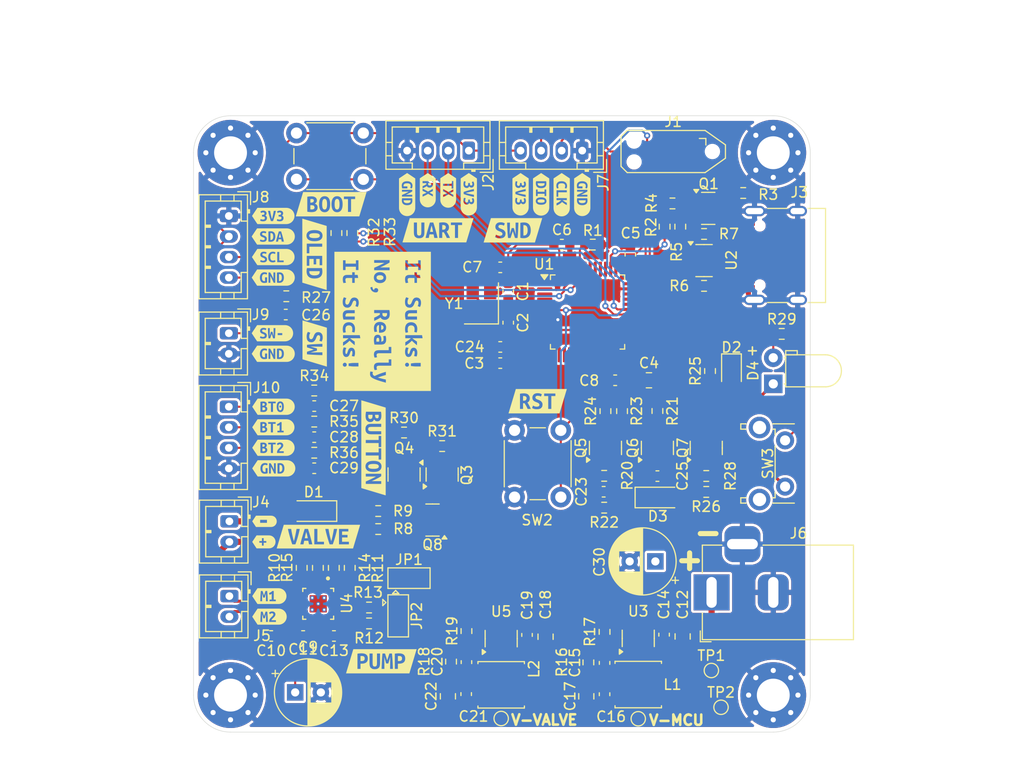
<source format=kicad_pcb>
(kicad_pcb (version 20240108) (generator "pcbnew") (generator_version "8.0")
  (layers (0 "F.Cu" signal) (31 "B.Cu" signal) (34 "B.Paste" user) (35 "F.Paste" user) (36 "B.SilkS" user "B.Silkscreen") (37 "F.SilkS" user "F.Silkscreen") (38 "B.Mask" user) (39 "F.Mask" user) (44 "Edge.Cuts" user))
  (net 0 "")
  (net 1 "Net-(U1-PD0)")
  (net 2 "GND")
  (net 3 "Net-(U1-PD1)")
  (net 4 "VMCU")
  (net 5 "VMOTOR")
  (net 6 "Net-(U4-VCP)")
  (net 7 "VIN")
  (net 8 "Net-(U4-CPH)")
  (net 9 "Net-(U4-CPL)")
  (net 10 "Net-(U3-FB)")
  (net 11 "Net-(U5-FB)")
  (net 12 "VSOLENOID")
  (net 13 "Net-(Q5-B)")
  (net 14 "Net-(D3-K)")
  (net 15 "Net-(D1-A)")
  (net 16 "Net-(D3-A)")
  (net 21 "/MCU/USART1_RX")
  (net 22 "/MCU/USART1_TX")
  (net 23 "VBUS")
  (net 24 "/MCU/BOOT0")
  (net 25 "Net-(D4-K)")
  (net 27 "Net-(J3-CC1)")
  (net 29 "Net-(J3-CC2)")
  (net 30 "Net-(J5-Pin_2)")
  (net 31 "Net-(J5-Pin_1)")
  (net 32 "Net-(JP1-B)")
  (net 33 "/MOSFET/PMODE")
  (net 34 "Net-(JP2-B)")
  (net 35 "Net-(JP2-A)")
  (net 36 "Net-(U3-SW)")
  (net 37 "Net-(U5-SW)")
  (net 38 "Net-(Q1-E)")
  (net 39 "Net-(Q1-B)")
  (net 40 "Net-(Q3-B)")
  (net 41 "/MOSFET/SOLENOID")
  (net 42 "Net-(Q5-E)")
  (net 43 "Net-(Q6-C)")
  (net 44 "/USB/USB_RENUM")
  (net 45 "Net-(U4-IPROPI)")
  (net 46 "/MOSFET/NFAULT")
  (net 47 "/MOSFET/VREF")
  (net 52 "/MCU/SWCLK")
  (net 53 "/MCU/SOFT_BOOT")
  (net 56 "/MCU/SWDIO")
  (net 58 "Net-(Q3-C)")
  (net 61 "/MCU/BTN_0")
  (net 62 "/MCU/USB_D+")
  (net 63 "/MCU/USB_D-")
  (net 64 "/MCU/BTN_1")
  (net 65 "/MCU/BTN_2")
  (net 68 "/MCU/NRST")
  (net 81 "/MOSFET/PH{slash}IN2")
  (net 82 "/MOSFET/NSLEEP")
  (net 83 "/MOSFET/EN{slash}IN1")
  (net 84 "/MOSFET/IMODE")
  (net 85 "/MCU/OLED_SCL")
  (net 86 "/MCU/OLED_SDA")
  (net 87 "Net-(D4-A)")
  (net 88 "Net-(Q7-B)")
  (net 89 "/USB/USB_ACTIVITY")
  (net 90 "/MCU/FOOTSW")
  (net 91 "Net-(Q4-B)")
  (footprint "Resistor_SMD:R_0603_1608Metric" (layer "F.Cu") (at 98.552 111.2962 90)
    (property "Reference" "R10")
    (property "Value" "R")
  )
  (footprint "Resistor_SMD:R_0603_1608Metric" (layer "F.Cu") (at 133.858 78.0796 -90)
    (property "Reference" "R2")
    (property "Value" "100R")
  )
  (footprint "kibuzzard-68AA9F3B" (layer "F.Cu") (at 111.8108 78.4352)
    (property "Reference" "kibuzzard-68AA9F3B" (hide yes))
    (property "Value" "G***" (hide yes))
  )
  (footprint "TestPoint:TestPoint_Pad_D1.0mm" (layer "F.Cu") (at 117.9576 125.9586)
    (property "Reference" "TP4" (hide yes))
    (property "Value" "TestPoint")
  )
  (footprint "kibuzzard-68AA9AD3" (layer "F.Cu") (at 95.800139 99.605433)
    (property "Reference" "kibuzzard-68AA9AD3" (hide yes))
    (property "Value" "G***" (hide yes))
  )
  (footprint "kibuzzard-68AA9F51" (layer "F.Cu") (at 119.1006 78.4352)
    (property "Reference" "kibuzzard-68AA9F51" (hide yes))
    (property "Value" "G***" (hide yes))
  )
  (footprint "kibuzzard-68AA9ACD" (layer "F.Cu") (at 95.793004 97.610011)
    (property "Reference" "kibuzzard-68AA9ACD" (hide yes))
    (property "Value" "G***" (hide yes))
  )
  (footprint "Resistor_SMD:R_0603_1608Metric" (layer "F.Cu") (at 145.2534 88.519)
    (property "Reference" "R29")
    (property "Value" "1.5K")
  )
  (footprint "kibuzzard-68AA9F3F" (layer "F.Cu") (at 101.4222 75.8952)
    (property "Reference" "kibuzzard-68AA9F3F" (hide yes))
    (property "Value" "G***" (hide yes))
  )
  (footprint "kibuzzard-68AA9AC7" (layer "F.Cu") (at 95.805928 95.61055)
    (property "Reference" "kibuzzard-68AA9AC7" (hide yes))
    (property "Value" "G***" (hide yes))
  )
  (footprint "Resistor_SMD:R_0603_1608Metric" (layer "F.Cu") (at 101.9302 78.7024 90)
    (property "Reference" "R32")
    (property "Value" "2.2K")
  )
  (footprint "Resistor_SMD:R_0603_1608Metric" (layer "F.Cu") (at 128.1024 96.0374 90)
    (property "Reference" "R24")
    (property "Value" "10K")
  )
  (footprint "kibuzzard-68A6E791" (layer "F.Cu") (at 114.808 74.926321 -90)
    (property "Reference" "kibuzzard-68A6E791" (hide yes))
    (property "Value" "G***" (hide yes))
  )
  (footprint "Connector_JST:JST_PH_B2B-PH-K_1x02_P2.00mm_Vertical" (layer "F.Cu") (at 91.5162 106.7658 -90)
    (property "Reference" "J4")
    (property "Value" "Conn_01x02")
  )
  (footprint "Resistor_SMD:R_0603_1608Metric" (layer "F.Cu") (at 99.7712 100.08616)
    (property "Reference" "R36")
    (property "Value" "100K")
  )
  (footprint "Connector:Tag-Connect_TC2050-IDC-NL_2x05_P1.27mm_Vertical" (layer "F.Cu") (at 134.6962 70.7644 180)
    (property "Reference" "J1")
    (property "Value" "ST-LINK")
  )
  (footprint "kibuzzard-68A6E857" (layer "F.Cu") (at 94.93232 106.7658)
    (property "Reference" "kibuzzard-68A6E857" (hide yes))
    (property "Value" "G***" (hide yes))
  )
  (footprint "Connector_JST:JST_PH_B4B-PH-K_1x04_P2.00mm_Vertical" (layer "F.Cu") (at 125.8438 70.6794 180)
    (property "Reference" "J7")
    (property "Value" "ST-LINKV2")
  )
  (footprint "Capacitor_SMD:C_0603_1608Metric" (layer "F.Cu") (at 128.016 123.5964 -90)
    (property "Reference" "C16")
    (property "Value" "100nF")
  )
  (footprint "Capacitor_SMD:C_0603_1608Metric" (layer "F.Cu") (at 123.861 79.8268 180)
    (property "Reference" "C6")
    (property "Value" "100nF")
  )
  (footprint "Capacitor_SMD:C_0603_1608Metric" (layer "F.Cu") (at 133.157 102.362 180)
    (property "Reference" "C25")
    (property "Value" "100nF")
  )
  (footprint "kibuzzard-68A6E7E9" (layer "F.Cu") (at 95.703432 88.4553)
    (property "Reference" "kibuzzard-68A6E7E9" (hide yes))
    (property "Value" "G***" (hide yes))
  )
  (footprint "TestPoint:TestPoint_Pad_D1.0mm" (layer "F.Cu") (at 139.3444 124.8664)
    (property "Reference" "TP2")
    (property "Value" "TestPoint")
  )
  (footprint "TestPoint:TestPoint_Pad_D1.0mm" (layer "F.Cu") (at 138.4046 121.285)
    (property "Reference" "TP1")
    (property "Value" "TestPoint")
  )
  (footprint "Package_TO_SOT_SMD:SOT-23" (layer "F.Cu") (at 133.157 99.6188 90)
    (property "Reference" "Q6")
    (property "Value" "MMBT3904")
  )
  (footprint "LED_SMD:LED_0805_2012Metric" (layer "F.Cu") (at 140.3604 92.1536 -90)
    (property "Reference" "D2")
    (property "Value" "LED")
  )
  (footprint "kibuzzard-68AA9F28" (layer "F.Cu") (at 99.814686 89.4553 -90)
    (property "Reference" "kibuzzard-68AA9F28" (hide yes))
    (property "Value" "G***" (hide yes))
  )
  (footprint "Package_TO_SOT_SMD:SOT-23-5" (layer "F.Cu") (at 131.2926 118.1608 90)
    (property "Reference" "U3")
    (property "Value" "TD6811")
  )
  (footprint "Resistor_SMD:R_0603_1608Metric" (layer "F.Cu") (at 105.9942 105.7656 180)
    (property "Reference" "R9")
    (property "Value" "10K")
  )
  (footprint "Capacitor_SMD:C_0603_1608Metric" (layer "F.Cu") (at 99.7712 98.57232 180)
    (property "Reference" "C28")
    (property "Value" "100nF")
  )
  (footprint "Capacitor_SMD:C_0603_1608Metric" (layer "F.Cu") (at 128.016 120.5484 -90)
    (property "Reference" "C15")
    (property "Value" "22pF")
  )
  (footprint "Resistor_SMD:R_0603_1608Metric" (layer "F.Cu") (at 127.9774 102.3366)
    (property "Reference" "R20")
    (property "Value" "10K")
  )
  (footprint "Resistor_SMD:R_0603_1608Metric" (layer "F.Cu") (at 137.9079 102.3521 180)
    (property "Reference" "R28")
    (property "Value" "10K")
  )
  (footprint "Capacitor_THT:CP_Radial_D6.3mm_P2.50mm" (layer "F.Cu") (at 97.9164 123.4186)
    (property "Reference" "C9")
    (property "Value" "100uF")
  )
  (footprint "kibuzzard-68A7C770" (layer "F.Cu") (at 121.8438 74.93359 -90)
    (property "Reference" "kibuzzard-68A7C770" (hide yes))
    (property "Value" "G***" (hide yes))
  )
  (footprint "Resistor_SMD:R_0603_1608Metric" (layer "F.Cu") (at 108.5088 98.1202 180)
    (property "Reference" "R30")
    (property "Value" "1K")
  )
  (footprint "Resistor_SMD:R_0603_1608Metric" (layer "F.Cu") (at 134.62 75.819)
    (property "Reference" "R4")
    (property "Value" "36K")
  )
  (footprint "Resistor_SMD:R_0603_1608Metric" (layer "F.Cu") (at 135.382 78.0796 90)
    (property "Reference" "R5")
    (property "Value" "1.5K")
  )
  (footprint "Package_TO_SOT_SMD:SOT-23" (layer "F.Cu") (at 112.2149 102.2096 90)
    (property "Reference" "Q3")
    (property "Value" "MMBT3904")
  )
  (footprint "TestPoint:TestPoint_Pad_D1.0mm" (layer "F.Cu") (at 131.2926 125.984 -90)
    (property "Reference" "TP3" (hide yes))
    (property "Value" "TestPoint")
  )
  (footprint "Resistor_SMD:R_0603_1608Metric" (layer "F.Cu") (at 133.157 96.0252 90)
    (property "Reference" "R21")
    (property "Value" "1K")
  )
  (footprint "Capacitor_SMD:C_0603_1608Metric" (layer "F.Cu") (at 114.5794 120.4722 -90)
    (property "Reference" "C20")
    (property "Value" "22pF")
  )
  (footprint "kibuzzard-68AA9F46" (layer "F.Cu") (at 99.7966 80.772 -90)
    (property "Reference" "kibuzzard-68AA9F46" (hide yes))
    (property "Value" "G***" (hide yes))
  )
  (footprint "Resistor_SMD:R_0603_1608Metric" (layer "F.Cu") (at 112.2149 99.441 180)
    (property "Reference" "R31")
    (property "Value" "10K")
  )
  (footprint "Resistor_SMD:R_0603_1608Metric" (layer "F.Cu") (at 105.1052 116.7064 180)
    (property "Reference" "R12")
    (property "Value" "20K")
  )
  (footprint "kibuzzard-68A6ED99" (layer "F.Cu") (at 106.426 87.2998 -90)
    (property "Reference" "kibuzzard-68A6ED99" (hide yes))
    (property "Value" "G***" (hide yes))
  )
  (footprint "Package_QFP:LQFP-48_7x7mm_P0.5mm" (layer "F.Cu") (at 126.361 86.3885)
    (property "Reference" "U1")
    (property "Value" "STM32F103C8Tx")
  )
  (footprint "LED_THT:LED_D3.0mm_Horizontal_O1.27mm_Z2.0mm" (layer "F.Cu") (at 144.4284 93.3836 90)
    (property "Reference" "D4")
    (property "Value" "LED")
  )
  (footprint "Resistor_SMD:R_0603_1608Metric" (layer "F.Cu") (at 137.6934 83.8448 180)
    (property "Reference" "R6")
    (property "Value" "5.1K")
  )
  (footprint "Resistor_SMD:R_0603_1608Metric" (layer "F.Cu") (at 126.869 79.8268 180)
    (property "Reference" "R1")
    (property "Value" "100K")
  )
  (footprint "Capacitor_SMD:C_0603_1608Metric" (layer "F.Cu") (at 127.9274 103.886 180)
    (property "Reference" "C23")
    (property "Value" "100nF")
  )
  (footprint "MountingHole:MountingHole_3.2mm_M3_Pad_Via" (layer "F.Cu") (at 91.6284 123.6836)
    (property "Reference" "H3" (hide yes))
    (property "Value" "MountingHole_Pad")
  )
  (footprint "Connector_JST:JST_PH_B4B-PH-K_1x04_P2.00mm_Vertical" (layer "F.Cu") (at 91.4654 77.0382 -90)
    (property "Reference" "J8")
    (property "Value" "UART_BOOT")
  )
  (footprint "Resistor_SMD:R_0603_1608Metric" (layer "F.Cu") (at 101.6762 111.2962 -90)
    (property "Reference" "R14")
    (property "Value" "20K")
  )
  (footprint "Capacitor_SMD:C_0603_1608Metric" (layer "F.Cu") (at 95.5802 117.9256 180)
    (property "Reference" "C10")
    (property "Value" "100nF")
  )
  (footprint "Resistor_SMD:R_0603_1608Metric" (layer "F.Cu") (at 114.5794 117.4496 90)
    (property "Reference" "R19")
    (property "Value" "R_Small")
  )
  (footprint "kibuzzard-68A6E791" (layer "F.Cu") (at 95.7834 77.0382)
    (property "Reference" "kibuzzard-68A6E791" (hide yes))
    (property "Value" "G***" (hide yes))
  )
  (footprint "kibuzzard-68A6E799" (layer "F.Cu") (at 95.7834 83.0382)
    (property "Reference" "kibuzzard-68A6E799" (hide yes))
    (property "Value" "G***" (hide yes))
  )
  (footprint "Connector_JST:JST_PH_B4B-PH-K_1x04_P2.00mm_Vertical" (layer "F.Cu") (at 114.808 70.6794 180)
    (property "Reference" "J2")
    (property "Value" "UART_BOOT")
  )
  (footprint "Connector_JST:JST_PH_B2B-PH-K_1x02_P2.00mm_Vertical" (layer "F.Cu") (at 91.4654 88.4553 -90)
    (property "Reference" "J9")
    (property "Value" "Conn_01x02")
  )
  (footprint "kibuzzard-68A7C776" (layer "F.Cu") (at 123.8438 74.968324 -90)
    (property "Reference" "kibuzzard-68A7C776" (hide yes))
    (property "Value" "G***" (hide yes))
  )
  (footprint "Capacitor_SMD:C_0603_1608Metric" (layer "F.Cu") (at 114.554 123.5834 -90)
    (property "Reference" "C21")
    (property "Value" "100nF")
  )
  (footprint "Package_TO_SOT_SMD:SOT-23" (layer "F.Cu") (at 137.9079 99.6188 90)
    (property "Reference" "Q7")
    (property "Value" "MMBT3904")
  )
  (footprint "Inductor_SMD:L_Abracon_ASPI-0425" (layer "F.Cu") (at 117.9576 122.682 180)
    (property "Reference" "L2")
    (property "Value" "4.7uH")
  )
  (footprint "Capacitor_SMD:C_0603_1608Metric" (layer "F.Cu") (at 120.4722 117.8237 90)
    (property "Reference" "C19")
    (property "Value" "100nF")
  )
  (footprint "kibuzzard-68A6E8E7" (layer "F.Cu") (at 95.404071 114.046)
    (property "Reference" "kibuzzard-68A6E8E7" (hide yes))
    (property "Value" "G***" (hide yes))
  )
  (footprint "Package_TO_SOT_SMD:SOT-23-5" (layer "F.Cu") (at 117.9576 118.1862 90)
    (property "Reference" "U5")
    (property "Value" "TD6811")
  )
  (footprint "kibuzzard-68A6E799" (layer "F.Cu") (at 125.8438 74.9554 -90)
    (property "Reference" "kibuzzard-68A6E799" (hide yes))
    (property "Value" "G***" (hide yes))
  )
  (footprint "Capacitor_SMD:C_0603_1608Metric" (layer "F.Cu") (at 98.6914 117.9256)
    (property "Reference" "C11")
    (property "Value" "100nF")
  )
  (footprint "Resistor_SMD:R_0603_1608Metric" (layer "F.Cu") (at 99.7712 94.0308)
    (property "Reference" "R34")
    (property "Value" "100K")
  )
  (footprint "Resistor_SMD:R_0603_1608Metric" (layer "F.Cu") (at 129.7167 96.0374 -90)
    (property "Reference" "R23")
    (property "Value" "1.5K")
  )
  (footprint "Capacitor_SMD:C_0603_1608Metric" (layer "F.Cu") (at 99.7712 95.54464 180)
    (property "Reference" "C27")
    (property "Value" "100nF")
  )
  (footprint "Resistor_SMD:R_0603_1608Metric" (layer "F.Cu") (at 127.9774 105.4354 180)
    (property "Reference" "R22")
    (property "Value" "10K")
  )
  (footprint "Capacitor_SMD:C_0603_1608Metric" (layer "F.Cu") (at 117.8684 91.3638)
    (property "Reference" "C3")
    (property "Value" "100nF")
  )
  (footprint "Resistor_SMD:R_0603_1608Metric" (layer "F.Cu") (at 128.016 117.5258 90)
    (property "Reference" "R17")
    (property "Value" "R_Small")
  )
  (footprint "Connector_BarrelJack:BarrelJack_Horizontal" (layer "F.Cu") (at 138.4284 113.6836 180)
    (property "Reference" "J6")
    (property "Value" "Barrel_Jack_Switch")
  )
  (footprint "Connector_JST:JST_PH_B4B-PH-K_1x04_P2.00mm_Vertical" (layer "F.Cu") (at 91.4654 95.61055 -90)
    (property "Reference" "J10")
    (property "Value" "UI_BTN")
  )
  (footprint "Capacitor_SMD:C_0603_1608Metric" (layer "F.Cu") (at 118.6434 87.425101 -90)
    (property "Reference" "C2")
    (property "Value" "22pF")
  )
  (footprint "Capacitor_SMD:C_0603_1608Metric" (layer "F.Cu") (at 99.7712 101.6 180)
    (property "Reference" "C29")
    (property "Value" "100nF")
  )
  (footprint "Button_Switch_THT:SW_PUSH_6mm_H5mm" (layer "F.Cu") (at 104.5452 73.4716 180)
    (property "Reference" "SW1" (hide yes))
    (property "Value" "SW_Push")
  )
  (footprint "Capacitor_SMD:C_0603_1608Metric" (layer "F.Cu") (at 133.8072 117.7983 90)
    (property "Reference" "C14")
    (property "Value" "100nF")
  )
  (footprint "Capacitor_SMD:C_0603_1608Metric" (layer "F.Cu") (at 97.0026 86.637579)
    (property "Reference" "C26")
    (property "Value" "100nF")
  )
  (footprint "Capacitor_SMD:C_0603_1608Metric" (layer "F.Cu") (at 118.6434 84.376501 -90)
    (property "Reference" "C1")
    (property "Value" "22pF")
  )
  (footprint "Capacitor_SMD:C_0805_2012Metric" (layer "F.Cu") (at 126.238 123.7996 90)
    (property "Reference" "C17")
    (property "Value" "22uF")
  )
  (footprint "kibuzzard-68A6E7A0" (layer "F.Cu") (at 95.7834 81.0382)
    (property "Reference" "kibuzzard-68A6E7A0" (hide yes))
    (property "Value" "G***" (hide yes))
  )
  (footprint "Capacitor_SMD:C_0603_1608Metric" (layer "F.Cu") (at 101.6886 117.9256 180)
    (property "Reference" "C13")
    (property "Value" "220nF")
  )
  (footprint "MountingHole:MountingHole_3.2mm_M3_Pad_Via" (layer "F.Cu") (at 144.4284 70.8836)
    (property "Reference" "H1" (hide yes))
    (property "Value" "MountingHole_Pad")
  )
  (footprint "Resistor_SMD:R_0603_1608Metric" (layer "F.Cu") (at 138.2776 92.1336 -90)
    (property "Reference" "R25")
    (property "Value" "10K")
  )
  (footprint "Connector_USB:USB_C_Receptacle_G-Switch_GT-USB-7010ASV" (layer "F.Cu") (at 145.7284 80.8836 90)
    (property "Reference" "J3")
    (property "Value" "USB")
  )
  (footprint "Resistor_SMD:R_0603_1608Metric" (layer "F.Cu") (at 113.0808 120.4222 90)
    (property "Reference" "R18")
    (property "Value" "R_Small")
  )
  (footprint "Package_TO_SOT_SMD:SOT-23" (layer "F.Cu") (at 108.5088 102.2096 -90)
    (property "Reference" "Q4")
    (property "Value" "MMBT3904")
  )
  (footprint "Jumper:SolderJumper-3_P1.3mm_Open_Pad1.0x1.5mm" (layer "F.Cu") (at 107.9401 115.9698 -90)
    (property "Reference" "JP2")
    (property "Value" "JMP3")
  )
  (footprint "Package_TO_SOT_SMD:SOT-23" (layer "F.Cu") (at 111.2774 106.6419 180)
    (property "Reference" "Q8")
    (property "Value" "AO3400A")
  )
  (footprint "kibuzzard-68A6E799" (layer "F.Cu") (at 95.8342 101.61055)
    (property "Reference" "kibuzzard-68A6E799" (hide yes))
    (property "Value" "G***" (hide yes))
  )
  (footprint "Package_TO_SOT_SMD:SOT-23-6" (layer "F.Cu") (at 137.6934 81.3836)
    (property "Reference" "U2")
    (property "Value" "USBLC6-2SC6")
  )
  (footprint "Inductor_SMD:L_Abracon_ASPI-0425" (layer "F.Cu") (at 131.2926 122.6566 180)
    (property "Reference" "L1")
    (property "Value" "4.7uH")
  )
  (footprint "Capacitor_SMD:C_0603_1608Metric" (layer "F.Cu") (at 117.8684 89.789)
    (property "Reference" "C24")
    (property "Value" "100nF")
  )
  (footprint "Resistor_SMD:R_0603_1608Metric" (layer "F.Cu") (at 141.5034 74.803)
    (property "Reference" "R3")
    (property "Value" "10K")
  )
  (footprint "Resistor_SMD:R_0603_1608Metric" (layer "F.Cu") (at 105.9942 107.5182 180)
    (property "Reference" "R8")
    (property "Value" "10K")
  )
  (footprint "MountingHole:MountingHole_3.2mm_M3_Pad_Via" (layer "F.Cu") (at 91.6284 70.8836)
    (property "Reference" "H4" (hide yes))
    (property "Value" "MountingHole_Pad")
  )
  (footprint "Package_TO_SOT_SMD:SOT-23" (layer "F.Cu") (at 138.0998 76.3016)
    (property "Reference" "Q1")
    (property "Value" "MMBT3904")
  )
  (footprint "Diode_SMD:D_SOD-123F" (layer "F.Cu") (at 133.1965 104.4448)
    (property "Reference" "D3")
    (property "Value" "1N4007")
  )
  (footprint "kibuzzard-68AA9F57" (layer "F.Cu") (at 121.5085 95.0722)
    (property "Reference" "kibuzzard-68AA9F57" (hide yes))
    (property "Value" "G***" (hide yes))
  )
  (footprint "Capacitor_SMD:C_0805_2012Metric" (layer "F.Cu") (at 112.776 123.7996 90)
    (property "Reference" "C22")
    (property "Value" "22uF")
  )
  (footprint "Button_Switch_THT:SW_PUSH_6mm_H5mm" (layer "F.Cu") (at 119.2585 104.4086 90)
    (property "Reference" "SW2")
    (property "Value" "BTN_RST")
  )
  (footprint "MountingHole:MountingHole_3.2mm_M3_Pad_Via" (layer "F.Cu") (at 144.4284 123.6836)
    (property "Reference" "H2" (hide yes))
    (property "Value" "MountingHole_Pad")
  )
  (footprint "kibuzzard-68A6E799" (layer "F.Cu") (at 95.7834 90.4553)
    (property "Reference" "kibuzzard-68A6E799" (hide yes))
    (property "Value" "G***" (hide yes))
  )
  (footprint "Resistor_SMD:R_0603_1608Metric" (layer "F.Cu") (at 126.4412 120.4976 90)
    (property "Reference" "R16")
    (property "Value" "R_Small")
  )
  (footprint "Resistor_SMD:R_0603_1608Metric" (layer "F.Cu") (at 137.6934 78.7908)
    (property "Reference" "R7")
    (property "Value" "5.1K")
  )
  (footprint "Resistor_SMD:R_0603_1608Metric" (layer "F.Cu") (at 137.9079 103.9015)
    (property "Reference" "R26")
    (property "Value" "100R")
  )
  (footprint "kibuzzard-68A7C639" (layer "F.Cu") (at 112.8045 74.547888 -90)
    (property "Reference" "kibuzzard-68A7C639" (hide yes))
    (property "Value" "G***" (hide yes))
  )
  (footprint "Diode_SMD:D_SOD-123F" (layer "F.Cu") (at 99.7487 105.7656 180)
    (property "Reference" "D1")
    (property "Value" "1N4007")
  )
  (footprint "Capacitor_SMD:C_0603_1608Metric" (layer "F.Cu") (at 117.8684 82.042)
    (property "Reference" "C7")
    (property "Value" "100nF")
  )
  (footprint "Capacitor_SMD:C_0805_2012Metric" (layer "F.Cu") (at 132.334 93.0348)
    (property "Reference" "C4")
    (property "Value" "1uF")
  )
  (footprint "Button_Switch_THT:SW_Tactile_SPST_Angled_PTS645Vx83-2LFS" (layer "F.Cu") (at 145.5784 98.8836 -90)
    (property "Reference" "SW3")
    (property "Value" "BTN_BOOT")
  )
  (footprint "Resistor_SMD:R_0603_1608Metric" (layer "F.Cu") (at 97.0526 84.85592)
    (property "Reference" "R27")
    (property "Value" "100K")
  )
  (footprint "Crystal:Crystal_SMD_3225-4Pin_3.2x2.5mm" (layer "F.Cu") (at 116.0408 85.550101 90)
    (property "Reference" "Y1")
    (property "Value" "8MHz")
  )
  (footprint "Resistor_SMD:R_0603_1608Metric" (layer "F.Cu") (at 100.1268 111.2962 90)
    (property "Reference" "R15")
    (property "Value" "20K")
  )
  (footprint "Capacitor_SMD:C_0603_1608Metric" (layer "F.Cu") (at 130.5235 80.795101 -90)
    (property "Reference" "C5")
    (property "Value" "100nF")
  )
  (footprint "kibuzzard-68AA9F08" (layer "F.Cu") (at 100.1776 108.2548)
    (property "Reference" "kibuzzard-68AA9F08" (hide yes))
    (property "Value" "G***" (hide yes))
  )
  (footprint "kibuzzard-68A6E83D" (layer "F.Cu") (at 94.872837 108.7658)
    (property "Reference" "kibuzzard-68A6E83D" (hide yes))
    (property "Value" "G***" (hide yes))
  )
  (footprint "DRV8876RGTR:DRV8876RGTR" (layer "F.Cu") (at 100.1564 114.796 -90)
    (property "Reference" "U4")
    (property "Value" "DRV8876RGTR")
  )
  (footprint "kibuzzard-68AA9F5E" (layer "F.Cu") (at 106.299 120.3894)
    (property "Reference" "kibuzzard-68AA9F5E" (hide yes))
    (property "Value" "G***" (hide yes))
  )
  (footprint "Resistor_SMD:R_0603_1608Metric" (layer "F.Cu") (at 103.4796 78.7024 90)
    (property "Reference" "R33")
    (property "Value" "2.2K")
  )
  (footprint "Capacitor_SMD:C_0603_1608Metric" (layer "F.Cu") (at 129.048 93.0348)
    (property "Reference" "C8")
    (property "Value" "100nF")
  )
  (footprint "Jumper:SolderJumper-3_P1.3mm_Open_Pad1.0x1.5mm" (layer "F.Cu") (at 108.9914 112.2967)
    (property "Reference" "JP1")
    (property "Value" "JMP3")
  )
  (footprint "Capacitor_SMD:C_0805_2012Metric" (layer "F.Cu") (at 135.6106 117.9733 -90)
    (property "Reference" "C12")
    (property "Value" "10uF")
  )
  (footprint "Capacitor_SMD:C_0805_2012Metric" (layer "F.Cu") (at 122.2756 117.9987 -90)
    (property "Reference" "C18")
    (property "Value" "10uF")
  )
  (footprint "Connector_JST:JST_PH_B2B-PH-K_1x02_P2.00mm_Vertical" (layer "F.Cu") (at 91.5162 114.046 -90)
    (property "Reference" "J5")
    (property "Value" "Conn_01x02")
  )
  (footprint "kibuzzard-68A6E8EF" (layer "F.Cu") (at 95.415918 116.046)
    (property "Reference" "kibuzzard-68A6E8EF" (hide yes))
    (property "Value" "G***" (hide yes))
  )
  (footprint "kibuzzard-68A6E791" (layer "F.Cu") (at 119.8438 74.926321 -90)
    (property "Reference" "kibuzzard-68A6E791" (hide yes))
    (property "Value" "G***" (hide yes))
  )
  (footprint "Package_TO_SOT_SMD:SOT-23" (layer "F.Cu") (at 128.1024 99.6188 90)
    (property "Reference" "Q5")
    (property "Value" "MMBT3904")
  )
  (footprint "kibuzzard-68A7C63E" (layer "F.Cu") (at 110.817155 74.529175 -90)
    (property "Reference" "kibuzzard-68A7C63E" (hide yes))
    (property "Value" "G***" (hide yes))
  )
  (footprint "Resistor_SMD:R_0603_1608Metric" (layer "F.Cu") (at 105.1052 115.157 180)
    (property "Reference" "R13")
    (property "Value" "62K")
  )
  (footprint "Resistor_SMD:R_0603_1608Metric" (layer "F.Cu") (at 103.2256 111.2962 90)
    (property "Reference" "R11")
    (property "Value" "10K")
  )
  (footprint "kibuzzard-68A6E781" (layer "F.Cu") (at 95.7834 79.0382)
    (property "Reference" "kibuzzard-68A6E781" (hide yes))
    (property "Value" "G***" (hide yes))
  )
  (footprint "Resistor_SMD:R_0603_1608Metric" (layer "F.Cu") (at 99.7712 97.05848)
    (property "Reference" "R35")
    (property "Value" "100K")
  )
  (footprint "kibuzzard-68A6E799" (layer "F.Cu") (at 108.808 74.9554 -90)
    (property "Reference" "kibuzzard-68A6E799" (hide yes))
    (property "Value" "G***" (hide yes))
  )
  (footprint "Capacitor_THT:CP_Radial_D6.3mm_P2.50mm" (layer "F.Cu") (at 132.95758 110.6678 180)
    (property "Reference" "C30")
    (property "Value" "220uF")
  )
  (footprint "kibuzzard-68AA9F21" (layer "F.Cu") (at 105.537 99.61055 -90)
    (property "Reference" "kibuzzard-68AA9F21" (hide yes))
    (property "Value" "G***" (hide yes))
  )
  (gr_arc (start 91.6284 127.2836) (mid 89.082816 126.229184) (end 88.0284 123.6836) (stroke (width 0.05)) (layer "Edge.Cuts"))
  (gr_line (start 88.0284 123.6836) (end 88.0284 70.8836) (stroke (width 0.05)) (layer "Edge.Cuts"))
  (gr_line (start 144.4284 127.2836) (end 91.6284 127.2836) (stroke (width 0.05)) (layer "Edge.Cuts"))
  (gr_arc (start 88.0284 70.8836) (mid 89.082816 68.338016) (end 91.6284 67.2836) (stroke (width 0.05)) (layer "Edge.Cuts"))
  (gr_line (start 148.0284 70.8836) (end 148.0284 123.6836) (stroke (width 0.05)) (layer "Edge.Cuts"))
  (gr_arc (start 144.4284 67.2836) (mid 146.973984 68.338016) (end 148.0284 70.8836) (stroke (width 0.05)) (layer "Edge.Cuts"))
  (gr_line (start 91.6284 67.2836) (end 144.4284 67.2836) (stroke (width 0.05)) (layer "Edge.Cuts"))
  (gr_arc (start 148.0284 123.6836) (mid 146.973984 126.229184) (end 144.4284 127.2836) (stroke (width 0.05)) (layer "Edge.Cuts"))
  (gr_text "V-VALVE" (at 118.7958 126.68485 0) (layer "F.SilkS") (effects (font (size 1 1) (thickness 0.25) (bold yes)) (justify left bottom)))
  (gr_text "V-MCU" (at 132.207 126.71025 0) (layer "F.SilkS") (effects (font (size 1 1) (thickness 0.25) (bold yes)) (justify left bottom)))
  (gr_text "+" (at 134.7216 111.633 0) (layer "F.SilkS") (effects (font (size 2 2) (thickness 0.5) (bold yes)) (justify left bottom)))
  (gr_text "-" (at 136.525 108.9914 0) (layer "F.SilkS") (effects (font (size 2 2) (thickness 0.5) (bold yes)) (justify left bottom)))
  (gr_text "+" (at 141.6812 90.678 0) (layer "F.SilkS") (effects (font (size 1 1)) (justify left bottom)))
  (segment (start 119.130399 85.6385) (end 118.6434 85.151501) (width 0.2) (layer "F.Cu") (net 1))
  (segment (start 118.273101 85.5218) (end 118.6434 85.151501) (width 0.2) (layer "F.Cu") (net 1))
  (segment (start 116.062499 85.5218) (end 118.273101 85.5218) (width 0.2) (layer "F.Cu") (net 1))
  (segment (start 122.1985 85.6385) (end 119.130399 85.6385) (width 0.2) (layer "F.Cu") (net 1))
  (segment (start 115.1908 84.450101) (end 115.1908 84.650101) (width 0.2) (layer "F.Cu") (net 1))
  (segment (start 115.1908 84.650101) (end 116.062499 85.5218) (width 0.2) (layer "F.Cu") (net 1))
  (segment (start 124.636 80.6214) (end 124.636 79.8268) (width 0.3) (layer "F.Cu") (net 2))
  (segment (start 122.1985 87.1385) (end 123.4694 87.1385) (width 0.2) (layer "F.Cu") (net 2))
  (segment (start 124.111 82.226) (end 124.111 81.1464) (width 0.3) (layer "F.Cu") (net 2))
  (segment (start 124.111 81.1464) (end 124.636 80.6214) (width 0.3) (layer "F.Cu") (net 2))
  (via (at 123.4694 87.1385) (size 0.6) (drill 0.3) (layers "F.Cu" "B.Cu") (net 2))
  (segment (start 116.8908 86.650101) (end 118.6434 86.650101) (width 0.2) (layer "F.Cu") (net 3))
  (segment (start 119.155001 86.1385) (end 118.6434 86.650101) (width 0.2) (layer "F.Cu") (net 3))
  (segment (start 122.1985 86.1385) (end 119.155001 86.1385) (width 0.2) (layer "F.Cu") (net 3))
  (segment (start 119.487 79.8268) (end 123.086 79.8268) (width 0.2) (layer "F.Cu") (net 4))
  (segment (start 89.9668 77.5396) (end 89.9668 75.946) (width 0.2) (layer "F.Cu") (net 4))
  (segment (start 127.6378 124.7496) (end 128.016 124.3714) (width 0.6) (layer "F.Cu") (net 4))
  (segment (start 123.611 80.3518) (end 123.086 79.8268) (width 0.2) (layer "F.Cu") (net 4))
  (segment (start 126.4412 121.3226) (end 128.0152 121.3226) (width 0.2) (layer "F.Cu") (net 4))
  (segment (start 118.6434 91.3638) (end 120.0086 89.9986) (width 0.2) (layer "F.Cu") (net 4))
  (segment (start 118.6434 80.6704) (end 119.487 79.8268) (width 0.2) (layer "F.Cu") (net 4))
  (segment (start 113.1002 68.9716) (end 114.808 70.6794) (width 0.2) (layer "F.Cu") (net 4))
  (segment (start 129.823 93.1128) (end 129.823 93.0348) (width 0.2) (layer "F.Cu") (net 4))
  (segment (start 133.4262 71.3994) (end 133.4262 72.865714) (width 0.2) (layer "F.Cu") (net 4))
  (segment (start 128.0152 121.3226) (end 128.016 121.3234) (width 0.2) (layer "F.Cu") (net 4))
  (segment (start 101.9302 77.8774) (end 97.4608 77.8774) (width 0.2) (layer "F.Cu") (net 4))
  (segment (start 101.9302 77.8774) (end 103.4796 77.8774) (width 0.2) (layer "F.Cu") (net 4))
  (segment (start 89.9922 83.7946) (end 91.7702 85.5726) (width 0.2) (layer "F.Cu") (net 4))
  (segment (start 120.0086 88.0682) (end 120.438301 87.638499) (width 0.2) (layer "F.Cu") (net 4))
  (segment (start 131.2926 125.984) (end 131.2926 125.2474) (width 0.2) (layer "F.Cu") (net 4))
  (segment (start 129.111 90.551) (end 129.111 92.3228) (width 0.2) (layer "F.Cu") (net 4))
  (segment (start 97.1026 84.08092) (end 97.8776 84.85592) (width 0.2) (layer "F.Cu") (net 4))
  (segment (start 91.7702 85.5726) (end 94.323272 85.5726) (width 0.2) (layer "F.Cu") (net 4))
  (segment (start 118.6434 82.042) (end 118.6434 80.6704) (width 0.2) (layer "F.Cu") (net 4))
  (segment (start 91.4654 79.0382) (end 89.9922 80.5114) (width 0.2) (layer "F.Cu") (net 4))
  (segment (start 95.814952 84.08092) (end 97.1026 84.08092) (width 0.2) (layer "F.Cu") (net 4))
  (segment (start 126.238 124.7496) (end 127.6378 124.7496) (width 0.6) (layer "F.Cu") (net 4))
  (segment (start 91.4654 79.0382) (end 89.9668 77.5396) (width 0.2) (layer "F.Cu") (net 4))
  (segment (start 131.384001 93.0348) (end 129.823 93.0348) (width 0.2) (layer "F.Cu") (net 4))
  (segment (start 97.4608 77.8774) (end 94.6658 75.0824) (width 0.2) (layer "F.Cu") (net 4))
  (segment (start 122.1985 83.6385) (end 120.2399 83.6385) (width 0.2) (layer "F.Cu") (net 4))
  (segment (start 146.7358 97.7262) (end 146.7358 89.1764) (width 0.2) (layer "F.Cu") (net 4))
  (segment (start 128.016 124.3714) (end 128.8412 124.3714) (width 0.6) (layer "F.Cu") (net 4))
  (segment (start 128.8412 124.3714) (end 129.7676 123.445) (width 0.6) (layer "F.Cu") (net 4))
  (segment (start 129.7676 123.445) (end 129.7676 122.6566) (width 0.6) (layer "F.Cu") (net 4))
  (segment (start 132.0102 80.8672) (end 131.307299 81.570101) (width 0.2) (layer "F.Cu") (net 4))
  (segment (start 131.2926 125.2474) (end 129.7676 123.7224) (width 0.2) (layer "F.Cu") (net 4))
  (segment (start 123.611 82.226) (end 123.611 80.3518) (width 0.2) (layer "F.Cu") (net 4))
  (segment (start 133.4262 72.865714) (end 132.0102 74.281714) (width 0.2) (layer "F.Cu") (net 4))
  (segment (start 130.5235 83.6385) (end 130.5235 81.570101) (width 0.2) (layer "F.Cu") (net 4))
  (segment (start 94.323272 85.5726) (end 95.814952 84.08092) (width 0.2) (layer "F.Cu") (net 4))
  (segment (start 98.0452 68.9716) (end 104.5452 68.9716) (width 0.2) (layer "F.Cu") (net 4))
  (segment (start 131.307299 81.570101) (end 130.5235 81.570101) (width 0.2) (layer "F.Cu") (net 4))
  (segment (start 96.0882 73.66) (end 96.0882 70.9286) (width 0.2) (layer "F.Cu") (net 4))
  (segment (start 129.7676 122.0844) (end 129.7676 122.6566) (width 0.2) (layer "F.Cu") (net 4))
  (segment (start 94.6658 75.0824) (end 96.0882 73.66) (width 0.2) (layer "F.Cu") (net 4))
  (segment (start 131.384001 93.0348) (end 131.384001 94.655601) (width 0.2) (layer "F.Cu") (net 4))
  (segment (start 128.016 121.3234) (end 129.0066 121.3234) (width 0.2) (layer "F.Cu") (net 4))
  (segment (start 128.905 94.0308) (end 129.823 93.1128) (width 0.2) (layer "F.Cu") (net 4))
  (segment (start 129.111 92.3228) (end 129.823 93.0348) (width 0.2) (layer "F.Cu") (net 4))
  (segment (start 129.0066 121.3234) (end 129.7676 122.0844) (width 0.2) (layer "F.Cu") (net 4))
  (segment (start 145.5784 98.8836) (end 146.7358 97.7262) (width 0.2) (layer "F.Cu") (net 4))
  (segment (start 114.808 70.6794) (end 119.8438 70.6794) (width 0.2) (layer "F.Cu") (net 4))
  (segment (start 104.5452 68.9716) (end 113.1002 68.9716) (width 0.2) (layer "F.Cu") (net 4))
  (segment (start 89.9922 80.5114) (end 89.9922 83.7946) (width 0.2) (layer "F.Cu") (net 4))
  (segment (start 129.7676 123.7224) (end 129.7676 122.6566) (width 0.2) (layer "F.Cu") (net 4))
  (segment (start 120.2399 83.6385) (end 118.6434 82.042) (width 0.2) (layer "F.Cu") (net 4))
  (segment (start 96.0882 70.9286) (end 98.0452 68.9716) (width 0.2) (layer "F.Cu") (net 4))
  (segment (start 128.1024 95.2124) (end 128.905 94.4098) (width 0.2) (layer "F.Cu") (net 4))
  (segment (start 132.0102 74.281714) (end 132.0102 80.8672) (width 0.2) (layer "F.Cu") (net 4))
  (segment (start 90.8304 75.0824) (end 94.6658 75.0824) (width 0.2) (layer "F.Cu") (net 4))
  (segment (start 128.905 94.4098) (end 128.905 94.0308) (width 0.2) (layer "F.Cu") (net 4))
  (segment (start 131.9286 95.2002) (end 133.157 95.2002) (width 0.2) (layer "F.Cu") (net 4))
  (segment (start 131.384001 94.655601) (end 131.9286 95.2002) (width 0.2) (layer "F.Cu") (net 4))
  (segment (start 120.438301 87.638499) (end 122.1985 87.638499) (width 0.2) (layer "F.Cu") (net 4))
  (segment (start 120.0086 89.9986) (end 120.0086 88.0682) (width 0.2) (layer "F.Cu") (net 4))
  (segment (start 146.7358 89.1764) (end 146.0784 88.519) (width 0.2) (layer "F.Cu") (net 4))
  (segment (start 89.9668 75.946) (end 90.8304 75.0824) (width 0.2) (layer "F.Cu") (net 4))
  (segment (start 98.0948 117.9256) (end 97.9164 117.9256) (width 0.2) (layer "F.Cu") (net 5))
  (segment (start 99.4064 116.231) (end 99.4064 116.614) (width 0.2) (layer "F.Cu") (net 5))
  (segment (start 97.9164 117.9256) (end 97.9164 123.4186) (width 0.2) (layer "F.Cu") (net 5))
  (segment (start 96.3552 117.9256) (end 97.9164 117.9256) (width 0.3) (layer "F.Cu") (net 5))
  (segment (start 99.4064 116.614) (end 98.0948 117.9256) (width 0.2) (layer "F.Cu") (net 5))
  (segment (start 99.9064 116.231) (end 99.9064 117.4856) (width 0.2) (layer "F.Cu") (net 6))
  (segment (start 99.9064 117.4856) (end 99.4664 117.9256) (width 0.2) (layer "F.Cu") (net 6))
  (segment (start 117.7701 118.1862) (end 118.745 118.1862) (width 0.2) (layer "F.Cu") (net 7))
  (segment (start 137.5609 117.0233) (end 138.4284 116.1558) (width 0.6) (layer "F.Cu") (net 7))
  (segment (start 120.4722 117.0487) (end 118.9076 117.0487) (width 0.6) (layer "F.Cu") (net 7))
  (segment (start 132.2426 117.922) (end 132.2426 117.0233) (width 0.2) (layer "F.Cu") (net 7))
  (segment (start 130.3426 119.2983) (end 130.3426 118.9233) (width 0.2) (layer "F.Cu") (net 7))
  (segment (start 130.3426 118.9233) (end 131.1051 118.1608) (width 0.2) (layer "F.Cu") (net 7))
  (segment (start 124.1099 115.2144) (end 131.5466 115.2144) (width 0.6) (layer "F.Cu") (net 7))
  (segment (start 117.0076 119.3237) (end 117.0076 118.9487) (width 0.2) (layer "F.Cu") (net 7))
  (segment (start 132.2426 115.9104) (end 132.2426 117.0233) (width 0.6) (layer "F.Cu") (net 7))
  (segment (start 117.0076 118.9487) (end 117.7701 118.1862) (width 0.2) (layer "F.Cu") (net 7))
  (segment (start 131.5466 115.2144) (end 132.2426 115.9104) (width 0.6) (layer "F.Cu") (net 7))
  (segment (start 135.6106 117.0233) (end 137.5609 117.0233) (width 0.6) (layer "F.Cu") (net 7))
  (segment (start 118.745 118.1862) (end 118.9076 118.0236) (width 0.2) (layer "F.Cu") (net 7))
  (segment (start 118.9076 118.0236) (end 118.9076 117.0487) (width 0.2) (layer "F.Cu") (net 7))
  (segment (start 131.1051 118.1608) (end 132.0038 118.1608) (width 0.2) (layer "F.Cu") (net 7))
  (segment (start 135.6106 117.0233) (end 133.8072 117.0233) (width 0.6) (layer "F.Cu") (net 7))
  (segment (start 138.4284 116.1558) (end 138.4284 113.6836) (width 0.6) (layer "F.Cu") (net 7))
  (segment (start 122.2756 117.0487) (end 124.1099 115.2144) (width 0.6) (layer "F.Cu") (net 7))
  (segment (start 133.8072 117.0233) (end 132.2426 117.0233) (width 0.6) (layer "F.Cu") (net 7))
  (segment (start 122.2756 117.0487) (end 120.4722 117.0487) (width 0.6) (layer "F.Cu") (net 7))
  (segment (start 132.0038 118.1608) (end 132.2426 117.922) (width 0.2) (layer "F.Cu") (net 7))
  (segment (start 100.4064 117.4184) (end 100.9136 117.9256) (width 0.2) (layer "F.Cu") (net 8))
  (segment (start 100.4064 116.231) (end 100.4064 117.4184) (width 0.2) (layer "F.Cu") (net 8))
  (segment (start 100.9064 116.231) (end 100.9064 116.6224) (width 0.2) (layer "F.Cu") (net 9))
  (segment (start 100.9064 116.6224) (end 102.2096 117.9256) (width 0.2) (layer "F.Cu") (net 9))
  (segment (start 102.2096 117.9256) (end 102.4636 117.9256) (width 0.2) (layer "F.Cu") (net 9))
  (segment (start 128.016 119.7734) (end 128.016 118.3508) (width 0.2) (layer "F.Cu") (net 10))
  (segment (start 126.542 119.7734) (end 126.4412 119.6726) (width 0.2) (layer "F.Cu") (net 10))
  (segment (start 128.016 119.7734) (end 126.542 119.7734) (width 0.2) (layer "F.Cu") (net 10))
  (segment (start 128.016 118.3508) (end 129.0151 118.3508) (width 0.2) (layer "F.Cu") (net 10))
  (segment (start 129.0151 118.3508) (end 130.3426 117.0233) (width 0.2) (layer "F.Cu") (net 10))
  (segment (start 115.8053 117.0487) (end 114.5794 118.2746) (width 0.2) (layer "F.Cu") (net 11))
  (segment (start 117.0076 117.0487) (end 115.8053 117.0487) (width 0.2) (layer "F.Cu") (net 11))
  (segment (start 114.5794 119.6972) (end 113.1808 119.6972) (width 0.2) (layer "F.Cu") (net 11))
  (segment (start 113.1808 119.6972) (end 113.0808 119.5972) (width 0.2) (layer "F.Cu") (net 11))
  (segment (start 114.5794 119.6972) (end 114.5794 118.2746) (width 0.2) (layer "F.Cu") (net 11))
  (segment (start 95.9866 124.841) (end 97.1296 125.984) (width 0.6) (layer "F.Cu") (net 12))
  (segment (start 116.4326 123.5212) (end 116.4326 122.682) (width 0.6) (layer "F.Cu") (net 12))
  (segment (start 114.5794 121.2472) (end 115.583 121.2472) (width 0.2) (layer "F.Cu") (net 12))
  (segment (start 116.4326 123.697) (end 116.4326 122.682) (width 0.2) (layer "F.Cu") (net 12))
  (segment (start 113.0808 121.2472) (end 114.5794 121.2472) (width 0.2) (layer "F.Cu") (net 12))
  (segment (start 91.5162 108.7658) (end 98.1485 108.7658) (width 0.6) (layer "F.Cu") (net 12))
  (segment (start 116.4326 122.0968) (end 116.4326 122.682) (width 0.2) (layer "F.Cu") (net 12))
  (segment (start 117.9576 125.9586) (end 117.9576 125.222) (width 0.2) (layer "F.Cu") (net 12))
  (segment (start 114.554 124.3584) (end 115.5954 124.3584) (width 0.6) (layer "F.Cu") (net 12))
  (segment (start 98.1485 108.7658) (end 101.1487 105.7656) (width 0.6) (layer "F.Cu") (net 12))
  (segment (start 105.1692 105.7656) (end 105.1692 107.5182) (width 0.6) (layer "F.Cu") (net 12))
  (segment (start 115.583 121.2472) (end 116.4326 122.0968) (width 0.2) (layer "F.Cu") (net 12))
  (segment (start 95.9866 121.793) (end 95.9866 124.841) (width 0.6) (layer "F.Cu") (net 12))
  (segment (start 111.5416 125.984) (end 112.776 124.7496) (width 0.6) (layer "F.Cu") (net 12))
  (segment (start 97.1296 125.984) (end 111.5416 125.984) (width 0.6) (layer "F.Cu") (net 12))
  (segment (start 89.154 111.128) (end 89.154 118.0846) (width 0.6) (layer "F.Cu") (net 12))
  (segment (start 101.1487 105.7656) (end 105.1692 105.7656) (width 0.6) (layer "F.Cu") (net 12))
  (segment (start 91.5162 108.7658) (end 89.154 111.128) (width 0.6) (layer "F.Cu") (net 12))
  (segment (start 117.9576 125.222) (end 116.4326 123.697) (width 0.2) (layer "F.Cu") (net 12))
  (segment (start 114.1628 124.7496) (end 114.554 124.3584) (width 0.6) (layer "F.Cu") (net 12))
  (segment (start 93.5482 119.3546) (end 95.9866 121.793) (width 0.6) (layer "F.Cu") (net 12))
  (segment (start 89.154 118.0846) (end 90.424 119.3546) (width 0.6) (layer "F.Cu") (net 12))
  (segment (start 115.5954 124.3584) (end 116.4326 123.5212) (width 0.6) (layer "F.Cu") (net 12))
  (segment (start 90.424 119.3546) (end 93.5482 119.3546) (width 0.6) (layer "F.Cu") (net 12))
  (segment (start 112.776 124.7496) (end 114.1628 124.7496) (width 0.6) (layer "F.Cu") (net 12))
  (segment (start 127.1524 105.4354) (end 127.1524 103.886) (width 0.2) (layer "F.Cu") (net 13))
  (segment (start 127.1524 100.5563) (end 127.1524 102.3366) (width 0.2) (layer "F.Cu") (net 13))
  (segment (start 127.1524 102.3366) (end 127.1524 103.886) (width 0.2) (layer "F.Cu") (net 13))
  (segment (start 132.207 102.187) (end 132.382 102.362) (width 0.2) (layer "F.Cu") (net 14))
  (segment (start 132.382 103.8593) (end 131.7965 104.4448) (width 0.2) (layer "F.Cu") (net 14))
  (segment (start 132.207 100.5563) (end 132.207 102.187) (width 0.2) (layer "F.Cu") (net 14))
  (segment (start 132.382 102.362) (end 132.382 103.8593) (width 0.2) (layer "F.Cu") (net 14))
  (segment (start 106.0692 106.273958) (end 106.0692 105.2588) (width 0.3) (layer "F.Cu") (net 15))
  (segment (start 105.4608 104.648) (end 99.4663 104.648) (width 0.3) (layer "F.Cu") (net 15))
  (segment (start 106.0704 105.2576) (end 105.4608 104.648) (width 0.3) (layer "F.Cu") (net 15))
  (segment (start 106.0692 105.2588) (end 106.0704 105.2576) (width 0.3) (layer "F.Cu") (net 15))
  (segment (start 106.437142 106.6419) (end 106.0692 106.273958) (width 0.3) (layer "F.Cu") (net 15))
  (segment (start 91.5162 106.7658) (end 97.3485 106.7658) (width 0.6) (layer "F.Cu") (net 15))
  (segment (start 110.3399 106.6419) (end 106.437142 106.6419) (width 0.3) (layer "F.Cu") (net 15))
  (segment (start 97.3485 106.7658) (end 98.3487 105.7656) (width 0.6) (layer "F.Cu") (net 15))
  (segment (start 99.4663 104.648) (end 98.3487 105.7656) (width 0.3) (layer "F.Cu") (net 15))
  (segment (start 144.703401 102.508601) (end 142.880799 102.508601) (width 0.3) (layer "F.Cu") (net 16))
  (segment (start 134.5965 104.4448) (end 133.6965 105.3448) (width 0.3) (layer "F.Cu") (net 16))
  (segment (start 130.7592 105.0036) (end 130.7592 104.2934) (width 0.3) (layer "F.Cu") (net 16))
  (segment (start 130.7592 104.2934) (end 128.8024 102.3366) (width 0.3) (layer "F.Cu") (net 16))
  (segment (start 135.9681 105.8164) (end 134.5965 104.4448) (width 0.3) (layer "F.Cu") (net 16))
  (segment (start 131.1004 105.3448) (end 130.7592 105.0036) (width 0.3) (layer "F.Cu") (net 16))
  (segment (start 139.573 105.8164) (end 135.9681 105.8164) (width 0.3) (layer "F.Cu") (net 16))
  (segment (start 145.5784 103.3836) (end 144.703401 102.508601) (width 0.3) (layer "F.Cu") (net 16))
  (segment (start 142.880799 102.508601) (end 139.573 105.8164) (width 0.3) (layer "F.Cu") (net 16))
  (segment (start 133.6965 105.3448) (end 131.1004 105.3448) (width 0.3) (layer "F.Cu") (net 16))
  (segment (start 130.5235 86.1385) (end 129.2677 86.1385) (width 0.2) (layer "F.Cu") (net 21))
  (segment (start 129.2677 86.1385) (end 128.905 85.7758) (width 0.2) (layer "F.Cu") (net 21))
  (via (at 128.905 85.7758) (size 0.6) (drill 0.3) (layers "F.Cu" "B.Cu") (net 21))
  (segment (start 118.478886 80.2196) (end 125.9904 80.2196) (width 0.2) (layer "B.Cu") (net 21))
  (segment (start 112.808 70.6794) (end 112.808 74.548714) (width 0.2) (layer "B.Cu") (net 21))
  (segment (start 125.9904 80.2196) (end 128.905 83.1342) (width 0.2) (layer "B.Cu") (net 21))
  (segment (start 112.808 74.548714) (end 118.478886 80.2196) (width 0.2) (layer "B.Cu") (net 21))
  (segment (start 128.905 83.1342) (end 128.905 85.7758) (width 0.2) (layer "B.Cu") (net 21))
  (segment (start 128.919171 86.6385) (end 128.0922 85.811529) (width 0.2) (layer "F.Cu") (net 22))
  (segment (start 128.0922 85.811529) (end 128.0922 85.8012) (width 0.2) (layer "F.Cu") (net 22))
  (segment (start 130.5235 86.6385) (end 128.919171 86.6385) (width 0.2) (layer "F.Cu") (net 22))
  (via (at 128.0922 85.8012) (size 0.6) (drill 0.3) (layers "F.Cu" "B.Cu") (net 22))
  (segment (start 110.808 73.1144) (end 110.808 70.6794) (width 0.2) (layer "B.Cu") (net 22))
  (segment (start 128.0922 85.8012) (end 128.0922 82.9564) (width 0.2) (layer "B.Cu") (net 22))
  (segment (start 125.7554 80.6196) (end 118.3132 80.6196) (width 0.2) (layer "B.Cu") (net 22))
  (segment (start 128.0922 82.9564) (end 125.7554 80.6196) (width 0.2) (layer "B.Cu") (net 22))
  (segment (start 118.3132 80.6196) (end 110.808 73.1144) (width 0.2) (layer "B.Cu") (net 22))
  (segment (start 124.6526 73.4716) (end 126.044 74.863) (width 0.2) (layer "F.Cu") (net 24))
  (segment (start 125.611 82.226) (end 125.611 80.2598) (width 0.2) (layer "F.Cu") (net 24))
  (segment (start 126.044 74.863) (end 126.044 79.8268) (width 0.2) (layer "F.Cu") (net 24))
  (segment (start 125.611 80.2598) (end 126.044 79.8268) (width 0.2) (layer "F.Cu") (net 24))
  (segment (start 98.0452 73.4716) (end 104.5452 73.4716) (width 0.2) (layer "F.Cu") (net 24))
  (segment (start 104.5452 73.4716) (end 124.6526 73.4716) (width 0.2) (layer "F.Cu") (net 24))
  (segment (start 139.1158 95.25) (end 142.562 95.25) (width 0.3) (layer "F.Cu") (net 25))
  (segment (start 137.9079 96.4579) (end 139.1158 95.25) (width 0.3) (layer "F.Cu") (net 25))
  (segment (start 142.562 95.25) (end 144.4284 93.3836) (width 0.3) (layer "F.Cu") (net 25))
  (segment (start 137.9079 98.6813) (end 137.9079 96.4579) (width 0.3) (layer "F.Cu") (net 25))
  (segment (start 142.0034 82.1336) (end 140.7768 82.1336) (width 0.2) (layer "F.Cu") (net 27))
  (segment (start 140.7768 82.1336) (end 139.0656 83.8448) (width 0.2) (layer "F.Cu") (net 27))
  (segment (start 139.0656 83.8448) (end 138.5184 83.8448) (width 0.2) (layer "F.Cu") (net 27))
  (segment (start 138.5184 78.7908) (end 139.8778 78.7908) (width 0.2) (layer "F.Cu") (net 29))
  (segment (start 140.2206 79.1336) (end 142.0034 79.1336) (width 0.2) (layer "F.Cu") (net 29))
  (segment (start 139.8778 78.7908) (end 140.2206 79.1336) (width 0.2) (layer "F.Cu") (net 29))
  (segment (start 98.7214 115.546) (end 92.0162 115.546) (width 0.3) (layer "F.Cu") (net 30))
  (segment (start 92.0162 115.546) (end 91.5162 116.046) (width 0.3) (layer "F.Cu") (net 30))
  (segment (start 98.7214 114.546) (end 92.0162 114.546) (width 0.3) (layer "F.Cu") (net 31))
  (segment (start 92.0162 114.546) (end 91.5162 114.046) (width 0.3) (layer "F.Cu") (net 31))
  (segment (start 132.2426 122.0816) (end 132.8176 122.6566) (width 0.6) (layer "F.Cu") (net 36))
  (segment (start 132.2426 119.2983) (end 132.2426 122.0816) (width 0.6) (layer "F.Cu") (net 36))
  (segment (start 118.9076 122.107) (end 119.4826 122.682) (width 0.6) (layer "F.Cu") (net 37))
  (segment (start 118.9076 119.3237) (end 118.9076 122.107) (width 0.6) (layer "F.Cu") (net 37))
  (segment (start 135.385 77.2516) (end 135.382 77.2546) (width 0.2) (layer "F.Cu") (net 38))
  (segment (start 137.1623 77.2516) (end 135.385 77.2516) (width 0.2) (layer "F.Cu") (net 38))
  (segment (start 134.0094 77.2546) (end 135.445 75.819) (width 0.2) (layer "F.Cu") (net 39))
  (segment (start 137.1623 75.3516) (end 135.9124 75.3516) (width 0.2) (layer "F.Cu") (net 39))
  (segment (start 140.1298 75.3516) (end 140.6784 74.803) (width 0.2) (layer "F.Cu") (net 39))
  (segment (start 135.9124 75.3516) (end 135.445 75.819) (width 0.2) (layer "F.Cu") (net 39))
  (segment (start 137.1623 75.3516) (end 140.1298 75.3516) (width 0.2) (layer "F.Cu") (net 39))
  (segment (start 133.858 77.2546) (end 134.0094 77.2546) (width 0.2) (layer "F.Cu") (net 39))
  (segment (start 108.5088 103.1471) (end 111.2649 103.1471) (width 0.3) (layer "F.Cu") (net 40))
  (segment (start 106.8192 103.8992) (end 107.5713 103.1471) (width 0.3) (layer "F.Cu") (net 40))
  (segment (start 107.5713 103.1471) (end 108.5088 103.1471) (width 0.3) (layer "F.Cu") (net 40))
  (segment (start 106.8192 105.7656) (end 106.8192 103.8992) (width 0.3) (layer "F.Cu") (net 40))
  (segment (start 103.7654 93.3132) (end 119.367886 93.3132) (width 0.2) (layer "F.Cu") (net 41))
  (segment (start 121.180386 89.1385) (end 122.1985 89.1385) (width 0.2) (layer "F.Cu") (net 41))
  (segment (start 120.8086 91.872486) (end 120.8086 89.510286) (width 0.2) (layer "F.Cu") (net 41))
  (segment (start 110.6556 97.2952) (end 111.3899 98.0295) (width 0.3) (layer "F.Cu") (net 41))
  (segment (start 111.3899 98.0295) (end 111.3899 99.441) (width 0.3) (layer "F.Cu") (net 41))
  (segment (start 120.8086 89.510286) (end 121.180386 89.1385) (width 0.2) (layer "F.Cu") (net 41))
  (segment (start 108.5088 97.2952) (end 110.6556 97.2952) (width 0.3) (layer "F.Cu") (net 41))
  (segment (start 107.6838 98.1202) (end 108.5088 97.2952) (width 0.3) (layer "F.Cu") (net 41))
  (segment (start 119.367886 93.3132) (end 120.8086 91.872486) (width 0.2) (layer "F.Cu") (net 41))
  (segment (start 129.0524 97.5267) (end 129.7167 96.8624) (width 0.2) (layer "F.Cu") (net 42))
  (segment (start 129.0524 100.5563) (end 129.0524 97.5267) (width 0.2) (layer "F.Cu") (net 42))
  (segment (start 133.157 96.8502) (end 133.157 98.6813) (width 0.2) (layer "F.Cu") (net 43))
  (segment (start 133.858 78.9046) (end 133.858 79.8068) (width 0.2) (layer "F.Cu") (net 44))
  (segment (start 128.611 82.226) (end 128.611 80.90327) (width 0.2) (layer "F.Cu") (net 44))
  (segment (start 128.611 80.90327) (end 129.039535 80.474735) (width 0.2) (layer "F.Cu") (net 44))
  (via (at 129.039535 80.474735) (size 0.6) (drill 0.3) (layers "F.Cu" "B.Cu") (net 44))
  (via (at 133.858 79.8068) (size 0.6) (drill 0.3) (layers "F.Cu" "B.Cu") (net 44))
  (segment (start 133.190065 80.474735) (end 133.858 79.8068) (width 0.2) (layer "B.Cu") (net 44))
  (segment (start 129.039535 80.474735) (end 133.190065 80.474735) (width 0.2) (layer "B.Cu") (net 44))
  (segment (start 99.4064 113.361) (end 99.4064 112.9756) (width 0.3) (layer "F.Cu") (net 45))
  (segment (start 99.4064 112.9756) (end 98.552 112.1212) (width 0.3) (layer "F.Cu") (net 45))
  (segment (start 99.9064 113.361) (end 99.9064 112.3416) (width 0.3) (layer "F.Cu") (net 47))
  (segment (start 100.1268 112.1212) (end 101.6762 112.1212) (width 0.3) (layer "F.Cu") (net 47))
  (segment (start 99.9064 112.3416) (end 100.1268 112.1212) (width 0.3) (layer "F.Cu") (net 47))
  (segment (start 131.6102 74.116028) (end 132.1562 73.570028) (width 0.2) (layer "F.Cu") (net 52))
  (segment (start 131.6102 80.157097) (end 131.6102 74.116028) (width 0.2) (layer "F.Cu") (net 52))
  (segment (start 124.4092 69.1388) (end 123.8438 69.7042) (width 0.2) (layer "F.Cu") (net 52))
  (segment (start 128.5748 70.7644) (end 126.9492 69.1388) (width 0.2) (layer "F.Cu") (net 52))
  (segment (start 132.1562 71.3994) (end 131.5212 70.7644) (width 0.2) (layer "F.Cu") (net 52))
  (segment (start 131.5212 70.7644) (end 128.5748 70.7644) (width 0.2) (layer "F.Cu") (net 52))
  (segment (start 129.111 81.2518) (end 129.592699 80.770101) (width 0.2) (layer "F.Cu") (net 52))
  (segment (start 129.592699 80.770101) (end 130.997196 80.770101) (width 0.2) (layer "F.Cu") (net 52))
  (segment (start 132.1562 73.570028) (end 132.1562 71.3994) (width 0.2) (layer "F.Cu") (net 52))
  (segment (start 129.111 82.226) (end 129.111 81.2518) (width 0.2) (layer "F.Cu") (net 52))
  (segment (start 126.9492 69.1388) (end 124.4092 69.1388) (width 0.2) (layer "F.Cu") (net 52))
  (segment (start 130.997196 80.770101) (end 131.6102 80.157097) (width 0.2) (layer "F.Cu") (net 52))
  (segment (start 123.8438 69.7042) (end 123.8438 70.6794) (width 0.2) (layer "F.Cu") (net 52))
  (segment (start 130.2766 90.297) (end 134.1882 90.297) (width 0.2) (layer "F.Cu") (net 53))
  (segment (start 137.260204 98.324796) (end 137.260204 96.4692) (width 0.2) (layer "F.Cu") (net 53))
  (segment (start 135.0287 100.5563) (end 137.260204 98.324796) (width 0.2) (layer "F.Cu") (net 53))
  (segment (start 138.4101 93.0911) (end 138.2776 92.9586) (width 0.2) (layer "F.Cu") (net 53))
  (segment (start 128.1181 88.1385) (end 130.2766 90.297) (width 0.2) (layer "F.Cu") (net 53))
  (segment (start 137.260204 96.4692) (end 138.2776 95.451804) (width 0.2) (layer "F.Cu") (net 53))
  (segment (start 136.8498 92.9586) (end 138.2776 92.9586) (width 0.2) (layer "F.Cu") (net 53))
  (segment (start 122.1985 88.1385) (end 128.1181 88.1385) (width 0.2) (layer "F.Cu") (net 53))
  (segment (start 134.107 100.5563) (end 135.0287 100.5563) (width 0.2) (layer "F.Cu") (net 53))
  (segment (start 138.2776 95.451804) (end 138.2776 92.9586) (width 0.2) (layer "F.Cu") (net 53))
  (segment (start 140.3604 93.0911) (end 138.4101 93.0911) (width 0.2) (layer "F.Cu") (net 53))
  (segment (start 134.1882 90.297) (end 136.8498 92.9586) (width 0.2) (layer "F.Cu") (net 53))
  (segment (start 121.8438 69.2658) (end 121.8438 70.6794) (width 0.2) (layer "F.Cu") (net 56))
  (segment (start 134.112 68.2752) (end 122.8344 68.2752) (width 0.2) (layer "F.Cu") (net 56))
  (segment (start 131.4901 84.6385) (end 132.4102 83.7184) (width 0.2) (layer "F.Cu") (net 56))
  (segment (start 134.1374 72.7202) (end 139.065 72.7202) (width 0.2) (layer "F.Cu") (net 56))
  (segment (start 140.1826 71.6026) (end 140.1826 69.8754) (width 0.2) (layer "F.Cu") (net 56))
  (segment (start 130.5235 84.6385) (end 131.4901 84.6385) (width 0.2) (layer "F.Cu") (net 56))
  (segment (start 140.1826 69.8754) (end 139.319 69.0118) (width 0.2) (layer "F.Cu") (net 56))
  (segment (start 135.9662 70.1294) (end 134.112 68.2752) (width 0.2) (layer "F.Cu") (net 56))
  (segment (start 139.065 72.7202) (end 140.1826 71.6026) (width 0.2) (layer "F.Cu") (net 56))
  (segment (start 137.0838 69.0118) (end 135.9662 70.1294) (width 0.2) (layer "F.Cu") (net 56))
  (segment (start 132.4102 74.4474) (end 134.1374 72.7202) (width 0.2) (layer "F.Cu") (net 56))
  (segment (start 139.319 69.0118) (end 137.0838 69.0118) (width 0.2) (layer "F.Cu") (net 56))
  (segment (start 122.8344 68.2752) (end 121.8438 69.2658) (width 0.2) (layer "F.Cu") (net 56))
  (segment (start 132.4102 83.7184) (end 132.4102 74.4474) (width 0.2) (layer "F.Cu") (net 56))
  (segment (start 112.2149 107.5919) (end 113.6421 107.5919) (width 0.3) (layer "F.Cu") (net 58))
  (segment (start 114.554 101.9556) (end 113.8705 101.2721) (width 0.3) (layer "F.Cu") (net 58))
  (segment (start 114.554 106.68) (end 114.554 101.9556) (width 0.3) (layer "F.Cu") (net 58))
  (segment (start 113.8705 101.2721) (end 112.2149 101.2721) (width 0.3) (layer "F.Cu") (net 58))
  (segment (start 106.8192 107.5182) (end 112.1412 107.5182) (width 0.3) (layer "F.Cu") (net 58))
  (segment (start 113.6421 107.5919) (end 114.554 106.68) (width 0.3) (layer "F.Cu") (net 58))
  (segment (start 112.1412 107.5182) (end 112.2149 107.5919) (width 0.3) (layer "F.Cu") (net 58))
  (segment (start 99.03236 94.0308) (end 100.5462 95.54464) (width 0.2) (layer "F.Cu") (net 61))
  (segment (start 91.4654 95.61055) (end 94.83865 95.61055) (width 0.2) (layer "F.Cu") (net 61))
  (segment (start 94.83865 95.61055) (end 96.4184 94.0308) (width 0.2) (layer "F.Cu") (net 61))
  (segment (start 96.4184 94.0308) (end 98.9462 94.0308) (width 0.2) (layer "F.Cu") (net 61))
  (segment (start 98.9462 94.0308) (end 99.03236 94.0308) (width 0.2) (layer "F.Cu") (net 61))
  (segment (start 140.549651 81.1586) (end 141.048399 81.1586) (width 0.2) (layer "F.Cu") (net 62))
  (segment (start 135.382 80.253451) (end 135.562149 80.4336) (width 0.2) (layer "F.Cu") (net 62))
  (segment (start 133.9406 81.1586) (end 132.998 82.1012) (width 0.2) (layer "F.Cu") (net 62))
  (segment (start 141.073399 81.1336) (end 142.0034 81.1336) (width 0.2) (layer "F.Cu") (net 62))
  (segment (start 139.824651 80.4336) (end 140.549651 81.1586) (width 0.2) (layer "F.Cu") (net 62))
  (segment (start 135.562149 80.4336) (end 135.379075 80.616675) (width 0.2) (layer "F.Cu") (net 62))
  (segment (start 135.382 80.253451) (end 135.382 80.61375) (width 0.2) (layer "F.Cu") (net 62))
  (segment (start 132.272499 85.163501) (end 131.654751 85.163501) (width 0.2) (layer "F.Cu") (net 62))
  (segment (start 132.998 82.1012) (end 132.998 84.438) (width 0.2) (layer "F.Cu") (net 62))
  (segment (start 136.5559 80.4336) (end 138.8309 80.4336) (width 0.2) (layer "F.Cu") (net 62))
  (segment (start 135.382 80.61375) (end 135.379075 80.616675) (width 0.2) (layer "F.Cu") (net 62))
  (segment (start 134.837149 81.1586) (end 133.9406 81.1586) (width 0.2) (layer "F.Cu") (net 62))
  (segment (start 135.382 78.9046) (end 135.382 80.253451) (width 0.2) (layer "F.Cu") (net 62))
  (segment (start 141.048399 81.1586) (end 141.073399 81.1336) (width 0.2) (layer "F.Cu") (net 62))
  (segment (start 132.998 84.438) (end 132.272499 85.163501) (width 0.2) (layer "F.Cu") (net 62))
  (segment (start 136.5559 80.4336) (end 135.562149 80.4336) (width 0.2) (layer "F.Cu") (net 62))
  (segment (start 138.8309 80.4336) (end 139.824651 80.4336) (width 0.2) (layer "F.Cu") (net 62))
  (segment (start 135.379075 80.616675) (end 134.837149 81.1586) (width 0.2) (layer "F.Cu") (net 62))
  (segment (start 131.654751 85.163501) (end 131.629751 85.138501) (width 0.2) (layer "F.Cu") (net 62))
  (segment (start 131.629751 85.138501) (end 130.5235 85.138501) (width 0.2) (layer "F.Cu") (net 62))
  (segment (start 139.824651 82.3336) (end 140.549651 81.6086) (width 0.2) (layer "F.Cu") (net 63))
  (segment (start 131.654751 85.6135) (end 131.629751 85.6385) (width 0.2) (layer "F.Cu") (net 63))
  (segment (start 141.048399 81.6086) (end 141.073399 81.6336) (width 0.2) (layer "F.Cu") (net 63))
  (segment (start 132.4589 85.6135) (end 131.654751 85.6135) (width 0.2) (layer "F.Cu") (net 63))
  (segment (start 134.127 81.6086) (end 133.448 82.2876) (width 0.2) (layer "F.Cu") (net 63))
  (segment (start 138.8309 82.3336) (end 139.824651 82.3336) (width 0.2) (layer "F.Cu") (net 63))
  (segment (start 136.5559 82.3336) (end 135.562149 82.3336) (width 0.2) (layer "F.Cu") (net 63))
  (segment (start 131.629751 85.6385) (end 130.5235 85.6385) (width 0.2) (layer "F.Cu") (net 63))
  (segment (start 134.837149 81.6086) (end 134.127 81.6086) (width 0.2) (layer "F.Cu") (net 63))
  (segment (start 133.448 84.6244) (end 132.4589 85.6135) (width 0.2) (layer "F.Cu") (net 63))
  (segment (start 135.562149 82.3336) (end 134.837149 81.6086) (width 0.2) (layer "F.Cu") (net 63))
  (segment (start 141.073399 81.6336) (end 142.0034 81.6336) (width 0.2) (layer "F.Cu") (net 63))
  (segment (start 140.549651 81.6086) (end 141.048399 81.6086) (width 0.2) (layer "F.Cu") (net 63))
  (segment (start 133.448 82.2876) (end 133.448 84.6244) (width 0.2) (layer "F.Cu") (net 63))
  (segment (start 136.5559 82.3336) (end 138.8309 82.3336) (width 0.2) (layer "F.Cu") (net 63))
  (segment (start 96.36252 97.05848) (end 98.9462 97.05848) (width 0.2) (layer "F.Cu") (net 64))
  (segment (start 95.81045 97.61055) (end 96.36252 97.05848) (width 0.2) (layer "F.Cu") (net 64))
  (segment (start 99.03236 97.05848) (end 100.5462 98.57232) (width 0.2) (layer "F.Cu") (net 64))
  (segment (start 91.4654 97.61055) (end 95.81045 97.61055) (width 0.2) (layer "F.Cu") (net 64))
  (segment (start 98.9462 97.05848) (end 99.03236 97.05848) (width 0.2) (layer "F.Cu") (net 64))
  (segment (start 98.9462 100.08616) (end 100.46004 101.6) (width 0.2) (layer "F.Cu") (net 65))
  (segment (start 100.46004 101.6) (end 100.5462 101.6) (width 0.2) (layer "F.Cu") (net 65))
  (segment (start 96.45396 100.08616) (end 98.9462 100.08616) (width 0.2) (layer "F.Cu") (net 65))
  (segment (start 91.4654 99.61055) (end 95.97835 99.61055) (width 0.2) (layer "F.Cu") (net 65))
  (segment (start 95.97835 99.61055) (end 96.45396 100.08616) (width 0.2) (layer "F.Cu") (net 65))
  (segment (start 128.1024 96.8624) (end 124.8047 96.8624) (width 0.2) (layer "F.Cu") (net 68))
  (segment (start 119.6086 88.8238) (end 119.6086 87.6808) (width 0.2) (layer "F.Cu") (net 68))
  (segment (start 122.1985 86.6385) (end 123.120871 86.6385) (width 0.2) (layer "F.Cu") (net 68))
  (segment (start 123.7585 104.4086) (end 123.7585 97.9086) (width 0.2) (layer "F.Cu") (net 68))
  (segment (start 123.551771 86.2076) (end 124.2568 86.2076) (width 0.2) (layer "F.Cu") (net 68))
  (segment (start 123.120871 86.6385) (end 123.551771 86.2076) (width 0.2) (layer "F.Cu") (net 68))
  (segment (start 132.1562 70.1294) (end 132.1562 69.215) (width 0.2) (layer "F.Cu") (net 68))
  (segment (start 128.1024 98.6813) (end 128.1024 96.8624) (width 0.2) (layer "F.Cu") (net 68))
  (segment (start 120.6509 86.6385) (end 122.1985 86.6385) (width 0.2) (layer "F.Cu") (net 68))
  (segment (start 118.6434 89.789) (end 119.6086 88.8238) (width 0.2) (layer "F.Cu") (net 68))
  (segment (start 124.8047 96.8624) (end 123.7585 97.9086) (width 0.2) (layer "F.Cu") (net 68))
  (segment (start 119.6086 87.6808) (end 120.6509 86.6385) (width 0.2) (layer "F.Cu") (net 68))
  (via (at 124.2568 86.2076) (size 0.6) (drill 0.3) (layers "F.Cu" "B.Cu") (net 68))
  (via (at 132.1562 69.215) (size 0.6) (drill 0.3) (layers "F.Cu" "B.Cu") (net 68))
  (segment (start 129.2098 86.7156) (end 129.8702 86.0552) (width 0.2) (layer "B.Cu") (net 68))
  (segment (start 128.27 81.933514) (end 128.27 70.866) (width 0.2) (layer "B.Cu") (net 68))
  (segment (start 131.6736 68.7324) (end 132.1562 69.215) (width 0.2) (layer "B.Cu") (net 68))
  (segment (start 129.8702 83.533714) (end 128.27 81.933514) (width 0.2) (layer "B.Cu") (net 68))
  (segment (start 129.8702 86.0552) (end 129.8702 83.533714) (width 0.2) (layer "B.Cu") (net 68))
  (segment (start 123.7585 90.2111) (end 123.7585 97.9086) (width 0.2) (layer "B.Cu") (net 68))
  (segment (start 124.2568 86.2076) (end 127.0254 86.2076) (width 0.2) (layer "B.Cu") (net 68))
  (segment (start 124.2568 86.2076) (end 124.2568 89.7128) (width 0.2) (layer "B.Cu") (net 68))
  (segment (start 127.0254 86.2076) (end 127.5334 86.7156) (width 0.2) (layer "B.Cu") (net 68))
  (segment (start 124.2568 89.7128) (end 123.7585 90.2111) (width 0.2) (layer "B.Cu") (net 68))
  (segment (start 128.27 70.866) (end 130.4036 68.7324) (width 0.2) (layer "B.Cu") (net 68))
  (segment (start 127.5334 86.7156) (end 129.2098 86.7156) (width 0.2) (layer "B.Cu") (net 68))
  (segment (start 130.4036 68.7324) (end 131.6736 68.7324) (width 0.2) (layer "B.Cu") (net 68))
  (segment (start 100.4194 81.0382) (end 101.9302 79.5274) (width 0.2) (layer "F.Cu") (net 85))
  (segment (start 101.9302 79.5274) (end 102.730203 78.727397) (width 0.2) (layer "F.Cu") (net 85))
  (segment (start 124.706465 84.244265) (end 125.111001 83.839729) (width 0.2) (layer "F.Cu") (net 85))
  (segment (start 91.4654 81.0382) (end 100.4194 81.0382) (width 0.2) (layer "F.Cu") (net 85))
  (segment (start 102.730203 78.727397) (end 104.5464 78.727397) (width 0.2) (layer "F.Cu") (net 85))
  (segment (start 125.111001 83.839729) (end 125.111001 82.226) (width 0.2) (layer "F.Cu") (net 85))
  (via (at 104.5464 78.727397) (size 0.6) (drill 0.3) (layers "F.Cu" "B.Cu") (net 85))
  (via (at 124.706465 84.244265) (size 0.6) (drill 0.3) (layers "F.Cu" "B.Cu") (net 85))
  (segment (start 106.921886 79.1274) (end 106.521883 78.727397) (width 0.2) (layer "B.Cu") (net 85))
  (segment (start 107.1562 79.361715) (end 106.921886 79.1274) (width 0.2) (layer "B.Cu") (net 85))
  (segment (start 112.03875 84.244265) (end 107.1562 79.361715) (width 0.2) (layer "B.Cu") (net 85))
  (segment (start 124.706465 84.244265) (end 112.03875 84.244265) (width 0.2) (layer "B.Cu") (net 85))
  (segment (start 106.521883 78.727397) (end 104.5464 78.727397) (width 0.2) (layer "B.Cu") (net 85))
  (segment (start 124.0536 84.0486) (end 124.611 83.4912) (width 0.2) (layer "F.Cu") (net 86))
  (segment (start 124.0536 84.387065) (end 124.0536 84.0486) (width 0.2) (layer "F.Cu") (net 86))
  (segment (start 91.4654 83.0382) (end 99.9688 83.0382) (width 0.2) (layer "F.Cu") (net 86))
  (segment (start 99.9688 83.0382) (end 103.4796 79.5274) (width 0.2) (layer "F.Cu") (net 86))
  (segment (start 103.4796 79.5274) (end 104.5464 79.5274) (width 0.2) (layer "F.Cu") (net 86))
  (segment (start 124.611 83.4912) (end 124.611 82.226) (width 0.2) (layer "F.Cu") (net 86))
  (segment (start 123.5964 84.844265) (end 124.0536 84.387065) (width 0.2) (layer "F.Cu") (net 86))
  (via (at 104.5464 79.5274) (size 0.6) (drill 0.3) (layers "F.Cu" "B.Cu") (net 86))
  (via (at 123.5964 84.844265) (size 0.6) (drill 0.3) (layers "F.Cu" "B.Cu") (net 86))
  (segment (start 123.5964 84.844265) (end 112.073065 84.844265) (width 0.2) (layer "B.Cu") (net 86))
  (segment (start 112.073065 84.844265) (end 106.7562 79.5274) (width 0.2) (layer "B.Cu") (net 86))
  (segment (start 106.7562 79.5274) (end 104.5464 79.5274) (width 0.2) (layer "B.Cu") (net 86))
  (segment (start 144.4284 88.519) (end 144.4284 90.8436) (width 0.2) (layer "F.Cu") (net 87))
  (segment (start 137.0829 100.6813) (end 136.9579 100.5563) (width 0.2) (layer "F.Cu") (net 88))
  (segment (start 137.0829 103.9015) (end 137.0829 102.3521) (width 0.2) (layer "F.Cu") (net 88))
  (segment (start 137.0829 102.3521) (end 137.0829 100.6813) (width 0.2) (layer "F.Cu") (net 88))
  (segment (start 103.8606 92.9132) (end 98.7044 87.757) (width 0.2) (layer "F.Cu") (net 90))
  (segment (start 122.1985 88.6385) (end 121.1147 88.6385) (width 0.2) (layer "F.Cu") (net 90))
  (segment (start 96.2276 84.85592) (end 96.2276 86.637579) (width 0.2) (layer "F.Cu") (net 90))
  (segment (start 119.2022 92.9132) (end 103.8606 92.9132) (width 0.2) (layer "F.Cu") (net 90))
  (segment (start 98.7044 87.757) (end 97.347021 87.757) (width 0.2) (layer "F.Cu") (net 90))
  (segment (start 121.1147 88.6385) (end 120.4086 89.3446) (width 0.2) (layer "F.Cu") (net 90))
  (segment (start 94.409879 88.4553) (end 96.2276 86.637579) (width 0.2) (layer "F.Cu") (net 90))
  (segment (start 97.347021 87.757) (end 96.2276 86.637579) (width 0.2) (layer "F.Cu") (net 90))
  (segment (start 120.4086 89.3446) (end 120.4086 91.7068) (width 0.2) (layer "F.Cu") (net 90))
  (segment (start 120.4086 91.7068) (end 119.2022 92.9132) (width 0.2) (layer "F.Cu") (net 90))
  (segment (start 91.4654 88.4553) (end 94.409879 88.4553) (width 0.2) (layer "F.Cu") (net 90))
  (segment (start 109.4588 101.2721) (end 109.4588 98.2452) (width 0.3) (layer "F.Cu") (net 91))
  (segment (start 109.4588 98.2452) (end 109.3338 98.1202) (width 0.3) (layer "F.Cu") (net 91))
  (zone (net 2) (net_name "GND") (layers "F&B.Cu") (connect_pads (clearance 0.25)) (min_thickness 0.25) (fill yes (thermal_gap 0.25) (thermal_bridge_width 0.5))
    (polygon (pts (xy 85.4456 64.8462) (xy 150.495 64.8462) (xy 150.495 129.8956) (xy 85.4456 129.8956)))
  )
)
</source>
